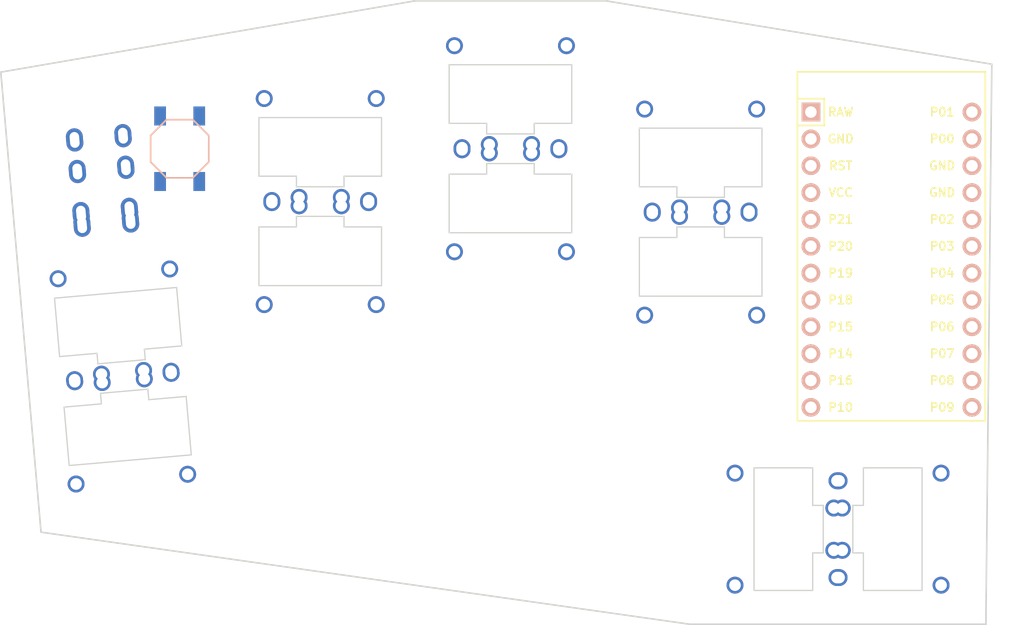
<source format=kicad_pcb>

            
(kicad_pcb (version 20171130) (host pcbnew 5.1.6)

  (page A3)
  (title_block
    (title KEYBOARD_NAME_HERE)
    (rev VERSION_HERE)
    (company YOUR_NAME_HERE)
  )

  (general
    (thickness 1.6)
  )

  (layers
    (0 F.Cu signal)
    (31 B.Cu signal)
    (32 B.Adhes user)
    (33 F.Adhes user)
    (34 B.Paste user)
    (35 F.Paste user)
    (36 B.SilkS user)
    (37 F.SilkS user)
    (38 B.Mask user)
    (39 F.Mask user)
    (40 Dwgs.User user)
    (41 Cmts.User user)
    (42 Eco1.User user)
    (43 Eco2.User user)
    (44 Edge.Cuts user)
    (45 Margin user)
    (46 B.CrtYd user)
    (47 F.CrtYd user)
    (48 B.Fab user)
    (49 F.Fab user)
  )

  (setup
    (last_trace_width 0.25)
    (trace_clearance 0.2)
    (zone_clearance 0.508)
    (zone_45_only no)
    (trace_min 0.2)
    (via_size 0.8)
    (via_drill 0.4)
    (via_min_size 0.4)
    (via_min_drill 0.3)
    (uvia_size 0.3)
    (uvia_drill 0.1)
    (uvias_allowed no)
    (uvia_min_size 0.2)
    (uvia_min_drill 0.1)
    (edge_width 0.05)
    (segment_width 0.2)
    (pcb_text_width 0.3)
    (pcb_text_size 1.5 1.5)
    (mod_edge_width 0.12)
    (mod_text_size 1 1)
    (mod_text_width 0.15)
    (pad_size 1.524 1.524)
    (pad_drill 0.762)
    (pad_to_mask_clearance 0.05)
    (aux_axis_origin 0 0)
    (visible_elements FFFFFF7F)
    (pcbplotparams
      (layerselection 0x010fc_ffffffff)
      (usegerberextensions false)
      (usegerberattributes true)
      (usegerberadvancedattributes true)
      (creategerberjobfile true)
      (excludeedgelayer true)
      (linewidth 0.100000)
      (plotframeref false)
      (viasonmask false)
      (mode 1)
      (useauxorigin false)
      (hpglpennumber 1)
      (hpglpenspeed 20)
      (hpglpendiameter 15.000000)
      (psnegative false)
      (psa4output false)
      (plotreference true)
      (plotvalue true)
      (plotinvisibletext false)
      (padsonsilk false)
      (subtractmaskfromsilk false)
      (outputformat 1)
      (mirror false)
      (drillshape 1)
      (scaleselection 1)
      (outputdirectory ""))
  )

            (net 0 "")
(net 1 "P1")
(net 2 "GND")
(net 3 "P2")
(net 4 "P3")
(net 5 "P4")
(net 6 "P5")
(net 7 "P6")
(net 8 "P7")
(net 9 "P8")
(net 10 "P10")
(net 11 "P9")
(net 12 "RAW")
(net 13 "RST")
(net 14 "VCC")
(net 15 "P21")
(net 16 "P20")
(net 17 "P19")
(net 18 "P18")
(net 19 "P15")
(net 20 "P14")
(net 21 "P16")
(net 22 "P0")
            
  (net_class Default "This is the default net class."
    (clearance 0.2)
    (trace_width 0.25)
    (via_dia 0.8)
    (via_drill 0.4)
    (uvia_dia 0.3)
    (uvia_drill 0.1)
    (add_net "")
(add_net "P1")
(add_net "GND")
(add_net "P2")
(add_net "P3")
(add_net "P4")
(add_net "P5")
(add_net "P6")
(add_net "P7")
(add_net "P8")
(add_net "P10")
(add_net "P9")
(add_net "RAW")
(add_net "RST")
(add_net "VCC")
(add_net "P21")
(add_net "P20")
(add_net "P19")
(add_net "P18")
(add_net "P15")
(add_net "P14")
(add_net "P16")
(add_net "P0")
  )

            
          
        (module lib:Kailh_PG1232 (layer F.Cu) (tedit 5E1ADAC2)
        (at 17.9315046 -1.5688034 185) 

                
        (fp_text reference "S1" (at 0 0) (layer F.SilkS) hide (effects (font (size 1.27 1.27) (thickness 0.15))))
        (fp_text value Kailh_PG1232 (at 0 -7.3) (layer F.Fab) (effects (font (size 1 1) (thickness 0.15))))

        
        (fp_line (start -7.25 -6.75) (end -6.25 -6.75) (layer Dwgs.User) (width 0.15))
        (fp_line (start -7.25 -6.75) (end -7.25 -5.75) (layer Dwgs.User) (width 0.15))

        (fp_line (start -7.25 6.75) (end -6.25 6.75) (layer Dwgs.User) (width 0.15))
        (fp_line (start -7.25 6.75) (end -7.25 5.75) (layer Dwgs.User) (width 0.15))

        (fp_line (start 7.25 -6.75) (end 6.25 -6.75) (layer Dwgs.User) (width 0.15))
        (fp_line (start 7.25 -6.75) (end 7.25 -5.75) (layer Dwgs.User) (width 0.15))

        (fp_line (start 7.25 6.75) (end 6.25 6.75) (layer Dwgs.User) (width 0.15))
        (fp_line (start 7.25 6.75) (end 7.25 5.75) (layer Dwgs.User) (width 0.15))


        (fp_line (start 2.8 -5.35) (end -2.8 -5.35) (layer Dwgs.User) (width 0.15))
        (fp_line (start -2.8 -3.2) (end 2.8 -3.2) (layer Dwgs.User) (width 0.15))
        (fp_line (start 2.8 -3.2) (end 2.8 -5.35) (layer Dwgs.User) (width 0.15))
        (fp_line (start -2.8 -3.2) (end -2.8 -5.35) (layer Dwgs.User) (width 0.15))
        
                	 
        (fp_line (start 2.25 2.6) (end 5.8 2.6) (layer Edge.Cuts) (width 0.12))
        (fp_line (start -2.25 2.6) (end -5.8 2.6) (layer Edge.Cuts) (width 0.12))
        (fp_line (start 2.25 3.6) (end 2.25 2.6) (layer Edge.Cuts) (width 0.12))
        (fp_line (start -2.25 3.6) (end 2.25 3.6) (layer Edge.Cuts) (width 0.12))
        (fp_line (start -2.25 2.6) (end -2.25 3.6) (layer Edge.Cuts) (width 0.12))
        (fp_line (start -5.8 2.6) (end -5.8 -2.95) (layer Edge.Cuts) (width 0.12))
        (fp_line (start 5.8 -2.95) (end 5.8 2.6) (layer Edge.Cuts) (width 0.12))
        (fp_line (start -5.8 -2.95) (end 5.8 -2.95) (layer Edge.Cuts) (width 0.12))
        
            
        (pad 3 thru_hole circle (at 5.3 -4.75) (size 1.6 1.6) (drill 1.1) (layers *.Cu *.Mask) (clearance 0.2))
        (pad 4 thru_hole circle (at -5.3 -4.75) (size 1.6 1.6) (drill 1.1) (layers *.Cu *.Mask) (clearance 0.2))
      
          
        
        (fp_line (start -9 -8.5) (end 9 -8.5) (layer Dwgs.User) (width 0.15))
        (fp_line (start 9 -8.5) (end 9 8.5) (layer Dwgs.User) (width 0.15))
        (fp_line (start 9 8.5) (end -9 8.5) (layer Dwgs.User) (width 0.15))
        (fp_line (start -9 8.5) (end -9 -8.5) (layer Dwgs.User) (width 0.15))
        
          
        
        (pad 1 thru_hole circle (at -4.58 5.1) (size 1.6 1.6) (drill 1.1) (layers *.Cu *.Mask) (net 1 "P1") (clearance 0.2))
        (pad 2 thru_hole circle (at 2 5.4) (size 1.6 1.6) (drill 1.1) (layers *.Cu *.Mask) (net 2 "GND") (clearance 0.2))
			  
          
        
        (pad 1 thru_hole circle (at 4.58 5.1) (size 1.6 1.6) (drill 1.1) (layers *.Cu *.Mask) (net 1 "P1") (clearance 0.2))
        (pad 2 thru_hole circle (at -2 5.4) (size 1.6 1.6) (drill 1.1) (layers *.Cu *.Mask) (net 2 "GND") (clearance 0.2))
			  )

          

          
        (module lib:Kailh_PG1232 (layer F.Cu) (tedit 5E1ADAC2)
        (at 17.0599471 -11.5307504 5) 

                
        (fp_text reference "S2" (at 0 0) (layer F.SilkS) hide (effects (font (size 1.27 1.27) (thickness 0.15))))
        (fp_text value Kailh_PG1232 (at 0 -7.3) (layer F.Fab) (effects (font (size 1 1) (thickness 0.15))))

        
        (fp_line (start -7.25 -6.75) (end -6.25 -6.75) (layer Dwgs.User) (width 0.15))
        (fp_line (start -7.25 -6.75) (end -7.25 -5.75) (layer Dwgs.User) (width 0.15))

        (fp_line (start -7.25 6.75) (end -6.25 6.75) (layer Dwgs.User) (width 0.15))
        (fp_line (start -7.25 6.75) (end -7.25 5.75) (layer Dwgs.User) (width 0.15))

        (fp_line (start 7.25 -6.75) (end 6.25 -6.75) (layer Dwgs.User) (width 0.15))
        (fp_line (start 7.25 -6.75) (end 7.25 -5.75) (layer Dwgs.User) (width 0.15))

        (fp_line (start 7.25 6.75) (end 6.25 6.75) (layer Dwgs.User) (width 0.15))
        (fp_line (start 7.25 6.75) (end 7.25 5.75) (layer Dwgs.User) (width 0.15))


        (fp_line (start 2.8 -5.35) (end -2.8 -5.35) (layer Dwgs.User) (width 0.15))
        (fp_line (start -2.8 -3.2) (end 2.8 -3.2) (layer Dwgs.User) (width 0.15))
        (fp_line (start 2.8 -3.2) (end 2.8 -5.35) (layer Dwgs.User) (width 0.15))
        (fp_line (start -2.8 -3.2) (end -2.8 -5.35) (layer Dwgs.User) (width 0.15))
        
                	 
        (fp_line (start 2.25 2.6) (end 5.8 2.6) (layer Edge.Cuts) (width 0.12))
        (fp_line (start -2.25 2.6) (end -5.8 2.6) (layer Edge.Cuts) (width 0.12))
        (fp_line (start 2.25 3.6) (end 2.25 2.6) (layer Edge.Cuts) (width 0.12))
        (fp_line (start -2.25 3.6) (end 2.25 3.6) (layer Edge.Cuts) (width 0.12))
        (fp_line (start -2.25 2.6) (end -2.25 3.6) (layer Edge.Cuts) (width 0.12))
        (fp_line (start -5.8 2.6) (end -5.8 -2.95) (layer Edge.Cuts) (width 0.12))
        (fp_line (start 5.8 -2.95) (end 5.8 2.6) (layer Edge.Cuts) (width 0.12))
        (fp_line (start -5.8 -2.95) (end 5.8 -2.95) (layer Edge.Cuts) (width 0.12))
        
            
        (pad 3 thru_hole circle (at 5.3 -4.75) (size 1.6 1.6) (drill 1.1) (layers *.Cu *.Mask) (clearance 0.2))
        (pad 4 thru_hole circle (at -5.3 -4.75) (size 1.6 1.6) (drill 1.1) (layers *.Cu *.Mask) (clearance 0.2))
      
          
        
        (fp_line (start -9 -8.5) (end 9 -8.5) (layer Dwgs.User) (width 0.15))
        (fp_line (start 9 -8.5) (end 9 8.5) (layer Dwgs.User) (width 0.15))
        (fp_line (start 9 8.5) (end -9 8.5) (layer Dwgs.User) (width 0.15))
        (fp_line (start -9 8.5) (end -9 -8.5) (layer Dwgs.User) (width 0.15))
        
          
        
        (pad 1 thru_hole circle (at -4.58 5.1) (size 1.6 1.6) (drill 1.1) (layers *.Cu *.Mask) (net 3 "P2") (clearance 0.2))
        (pad 2 thru_hole circle (at 2 5.4) (size 1.6 1.6) (drill 1.1) (layers *.Cu *.Mask) (net 2 "GND") (clearance 0.2))
			  
          
        
        (pad 1 thru_hole circle (at 4.58 5.1) (size 1.6 1.6) (drill 1.1) (layers *.Cu *.Mask) (net 3 "P2") (clearance 0.2))
        (pad 2 thru_hole circle (at -2 5.4) (size 1.6 1.6) (drill 1.1) (layers *.Cu *.Mask) (net 2 "GND") (clearance 0.2))
			  )

          

          
        (module lib:Kailh_PG1232 (layer F.Cu) (tedit 5E1ADAC2)
        (at 36.1701399 -18.1031537 180) 

                
        (fp_text reference "S3" (at 0 0) (layer F.SilkS) hide (effects (font (size 1.27 1.27) (thickness 0.15))))
        (fp_text value Kailh_PG1232 (at 0 -7.3) (layer F.Fab) (effects (font (size 1 1) (thickness 0.15))))

        
        (fp_line (start -7.25 -6.75) (end -6.25 -6.75) (layer Dwgs.User) (width 0.15))
        (fp_line (start -7.25 -6.75) (end -7.25 -5.75) (layer Dwgs.User) (width 0.15))

        (fp_line (start -7.25 6.75) (end -6.25 6.75) (layer Dwgs.User) (width 0.15))
        (fp_line (start -7.25 6.75) (end -7.25 5.75) (layer Dwgs.User) (width 0.15))

        (fp_line (start 7.25 -6.75) (end 6.25 -6.75) (layer Dwgs.User) (width 0.15))
        (fp_line (start 7.25 -6.75) (end 7.25 -5.75) (layer Dwgs.User) (width 0.15))

        (fp_line (start 7.25 6.75) (end 6.25 6.75) (layer Dwgs.User) (width 0.15))
        (fp_line (start 7.25 6.75) (end 7.25 5.75) (layer Dwgs.User) (width 0.15))


        (fp_line (start 2.8 -5.35) (end -2.8 -5.35) (layer Dwgs.User) (width 0.15))
        (fp_line (start -2.8 -3.2) (end 2.8 -3.2) (layer Dwgs.User) (width 0.15))
        (fp_line (start 2.8 -3.2) (end 2.8 -5.35) (layer Dwgs.User) (width 0.15))
        (fp_line (start -2.8 -3.2) (end -2.8 -5.35) (layer Dwgs.User) (width 0.15))
        
                	 
        (fp_line (start 2.25 2.6) (end 5.8 2.6) (layer Edge.Cuts) (width 0.12))
        (fp_line (start -2.25 2.6) (end -5.8 2.6) (layer Edge.Cuts) (width 0.12))
        (fp_line (start 2.25 3.6) (end 2.25 2.6) (layer Edge.Cuts) (width 0.12))
        (fp_line (start -2.25 3.6) (end 2.25 3.6) (layer Edge.Cuts) (width 0.12))
        (fp_line (start -2.25 2.6) (end -2.25 3.6) (layer Edge.Cuts) (width 0.12))
        (fp_line (start -5.8 2.6) (end -5.8 -2.95) (layer Edge.Cuts) (width 0.12))
        (fp_line (start 5.8 -2.95) (end 5.8 2.6) (layer Edge.Cuts) (width 0.12))
        (fp_line (start -5.8 -2.95) (end 5.8 -2.95) (layer Edge.Cuts) (width 0.12))
        
            
        (pad 3 thru_hole circle (at 5.3 -4.75) (size 1.6 1.6) (drill 1.1) (layers *.Cu *.Mask) (clearance 0.2))
        (pad 4 thru_hole circle (at -5.3 -4.75) (size 1.6 1.6) (drill 1.1) (layers *.Cu *.Mask) (clearance 0.2))
      
          
        
        (fp_line (start -9 -8.5) (end 9 -8.5) (layer Dwgs.User) (width 0.15))
        (fp_line (start 9 -8.5) (end 9 8.5) (layer Dwgs.User) (width 0.15))
        (fp_line (start 9 8.5) (end -9 8.5) (layer Dwgs.User) (width 0.15))
        (fp_line (start -9 8.5) (end -9 -8.5) (layer Dwgs.User) (width 0.15))
        
          
        
        (pad 1 thru_hole circle (at -4.58 5.1) (size 1.6 1.6) (drill 1.1) (layers *.Cu *.Mask) (net 4 "P3") (clearance 0.2))
        (pad 2 thru_hole circle (at 2 5.4) (size 1.6 1.6) (drill 1.1) (layers *.Cu *.Mask) (net 2 "GND") (clearance 0.2))
			  
          
        
        (pad 1 thru_hole circle (at 4.58 5.1) (size 1.6 1.6) (drill 1.1) (layers *.Cu *.Mask) (net 4 "P3") (clearance 0.2))
        (pad 2 thru_hole circle (at -2 5.4) (size 1.6 1.6) (drill 1.1) (layers *.Cu *.Mask) (net 2 "GND") (clearance 0.2))
			  )

          

          
        (module lib:Kailh_PG1232 (layer F.Cu) (tedit 5E1ADAC2)
        (at 36.17014 -28.1031537 0) 

                
        (fp_text reference "S4" (at 0 0) (layer F.SilkS) hide (effects (font (size 1.27 1.27) (thickness 0.15))))
        (fp_text value Kailh_PG1232 (at 0 -7.3) (layer F.Fab) (effects (font (size 1 1) (thickness 0.15))))

        
        (fp_line (start -7.25 -6.75) (end -6.25 -6.75) (layer Dwgs.User) (width 0.15))
        (fp_line (start -7.25 -6.75) (end -7.25 -5.75) (layer Dwgs.User) (width 0.15))

        (fp_line (start -7.25 6.75) (end -6.25 6.75) (layer Dwgs.User) (width 0.15))
        (fp_line (start -7.25 6.75) (end -7.25 5.75) (layer Dwgs.User) (width 0.15))

        (fp_line (start 7.25 -6.75) (end 6.25 -6.75) (layer Dwgs.User) (width 0.15))
        (fp_line (start 7.25 -6.75) (end 7.25 -5.75) (layer Dwgs.User) (width 0.15))

        (fp_line (start 7.25 6.75) (end 6.25 6.75) (layer Dwgs.User) (width 0.15))
        (fp_line (start 7.25 6.75) (end 7.25 5.75) (layer Dwgs.User) (width 0.15))


        (fp_line (start 2.8 -5.35) (end -2.8 -5.35) (layer Dwgs.User) (width 0.15))
        (fp_line (start -2.8 -3.2) (end 2.8 -3.2) (layer Dwgs.User) (width 0.15))
        (fp_line (start 2.8 -3.2) (end 2.8 -5.35) (layer Dwgs.User) (width 0.15))
        (fp_line (start -2.8 -3.2) (end -2.8 -5.35) (layer Dwgs.User) (width 0.15))
        
                	 
        (fp_line (start 2.25 2.6) (end 5.8 2.6) (layer Edge.Cuts) (width 0.12))
        (fp_line (start -2.25 2.6) (end -5.8 2.6) (layer Edge.Cuts) (width 0.12))
        (fp_line (start 2.25 3.6) (end 2.25 2.6) (layer Edge.Cuts) (width 0.12))
        (fp_line (start -2.25 3.6) (end 2.25 3.6) (layer Edge.Cuts) (width 0.12))
        (fp_line (start -2.25 2.6) (end -2.25 3.6) (layer Edge.Cuts) (width 0.12))
        (fp_line (start -5.8 2.6) (end -5.8 -2.95) (layer Edge.Cuts) (width 0.12))
        (fp_line (start 5.8 -2.95) (end 5.8 2.6) (layer Edge.Cuts) (width 0.12))
        (fp_line (start -5.8 -2.95) (end 5.8 -2.95) (layer Edge.Cuts) (width 0.12))
        
            
        (pad 3 thru_hole circle (at 5.3 -4.75) (size 1.6 1.6) (drill 1.1) (layers *.Cu *.Mask) (clearance 0.2))
        (pad 4 thru_hole circle (at -5.3 -4.75) (size 1.6 1.6) (drill 1.1) (layers *.Cu *.Mask) (clearance 0.2))
      
          
        
        (fp_line (start -9 -8.5) (end 9 -8.5) (layer Dwgs.User) (width 0.15))
        (fp_line (start 9 -8.5) (end 9 8.5) (layer Dwgs.User) (width 0.15))
        (fp_line (start 9 8.5) (end -9 8.5) (layer Dwgs.User) (width 0.15))
        (fp_line (start -9 8.5) (end -9 -8.5) (layer Dwgs.User) (width 0.15))
        
          
        
        (pad 1 thru_hole circle (at -4.58 5.1) (size 1.6 1.6) (drill 1.1) (layers *.Cu *.Mask) (net 5 "P4") (clearance 0.2))
        (pad 2 thru_hole circle (at 2 5.4) (size 1.6 1.6) (drill 1.1) (layers *.Cu *.Mask) (net 2 "GND") (clearance 0.2))
			  
          
        
        (pad 1 thru_hole circle (at 4.58 5.1) (size 1.6 1.6) (drill 1.1) (layers *.Cu *.Mask) (net 5 "P4") (clearance 0.2))
        (pad 2 thru_hole circle (at -2 5.4) (size 1.6 1.6) (drill 1.1) (layers *.Cu *.Mask) (net 2 "GND") (clearance 0.2))
			  )

          

          
        (module lib:Kailh_PG1232 (layer F.Cu) (tedit 5E1ADAC2)
        (at 54.17014 -23.1031538 180) 

                
        (fp_text reference "S5" (at 0 0) (layer F.SilkS) hide (effects (font (size 1.27 1.27) (thickness 0.15))))
        (fp_text value Kailh_PG1232 (at 0 -7.3) (layer F.Fab) (effects (font (size 1 1) (thickness 0.15))))

        
        (fp_line (start -7.25 -6.75) (end -6.25 -6.75) (layer Dwgs.User) (width 0.15))
        (fp_line (start -7.25 -6.75) (end -7.25 -5.75) (layer Dwgs.User) (width 0.15))

        (fp_line (start -7.25 6.75) (end -6.25 6.75) (layer Dwgs.User) (width 0.15))
        (fp_line (start -7.25 6.75) (end -7.25 5.75) (layer Dwgs.User) (width 0.15))

        (fp_line (start 7.25 -6.75) (end 6.25 -6.75) (layer Dwgs.User) (width 0.15))
        (fp_line (start 7.25 -6.75) (end 7.25 -5.75) (layer Dwgs.User) (width 0.15))

        (fp_line (start 7.25 6.75) (end 6.25 6.75) (layer Dwgs.User) (width 0.15))
        (fp_line (start 7.25 6.75) (end 7.25 5.75) (layer Dwgs.User) (width 0.15))


        (fp_line (start 2.8 -5.35) (end -2.8 -5.35) (layer Dwgs.User) (width 0.15))
        (fp_line (start -2.8 -3.2) (end 2.8 -3.2) (layer Dwgs.User) (width 0.15))
        (fp_line (start 2.8 -3.2) (end 2.8 -5.35) (layer Dwgs.User) (width 0.15))
        (fp_line (start -2.8 -3.2) (end -2.8 -5.35) (layer Dwgs.User) (width 0.15))
        
                	 
        (fp_line (start 2.25 2.6) (end 5.8 2.6) (layer Edge.Cuts) (width 0.12))
        (fp_line (start -2.25 2.6) (end -5.8 2.6) (layer Edge.Cuts) (width 0.12))
        (fp_line (start 2.25 3.6) (end 2.25 2.6) (layer Edge.Cuts) (width 0.12))
        (fp_line (start -2.25 3.6) (end 2.25 3.6) (layer Edge.Cuts) (width 0.12))
        (fp_line (start -2.25 2.6) (end -2.25 3.6) (layer Edge.Cuts) (width 0.12))
        (fp_line (start -5.8 2.6) (end -5.8 -2.95) (layer Edge.Cuts) (width 0.12))
        (fp_line (start 5.8 -2.95) (end 5.8 2.6) (layer Edge.Cuts) (width 0.12))
        (fp_line (start -5.8 -2.95) (end 5.8 -2.95) (layer Edge.Cuts) (width 0.12))
        
            
        (pad 3 thru_hole circle (at 5.3 -4.75) (size 1.6 1.6) (drill 1.1) (layers *.Cu *.Mask) (clearance 0.2))
        (pad 4 thru_hole circle (at -5.3 -4.75) (size 1.6 1.6) (drill 1.1) (layers *.Cu *.Mask) (clearance 0.2))
      
          
        
        (fp_line (start -9 -8.5) (end 9 -8.5) (layer Dwgs.User) (width 0.15))
        (fp_line (start 9 -8.5) (end 9 8.5) (layer Dwgs.User) (width 0.15))
        (fp_line (start 9 8.5) (end -9 8.5) (layer Dwgs.User) (width 0.15))
        (fp_line (start -9 8.5) (end -9 -8.5) (layer Dwgs.User) (width 0.15))
        
          
        
        (pad 1 thru_hole circle (at -4.58 5.1) (size 1.6 1.6) (drill 1.1) (layers *.Cu *.Mask) (net 6 "P5") (clearance 0.2))
        (pad 2 thru_hole circle (at 2 5.4) (size 1.6 1.6) (drill 1.1) (layers *.Cu *.Mask) (net 2 "GND") (clearance 0.2))
			  
          
        
        (pad 1 thru_hole circle (at 4.58 5.1) (size 1.6 1.6) (drill 1.1) (layers *.Cu *.Mask) (net 6 "P5") (clearance 0.2))
        (pad 2 thru_hole circle (at -2 5.4) (size 1.6 1.6) (drill 1.1) (layers *.Cu *.Mask) (net 2 "GND") (clearance 0.2))
			  )

          

          
        (module lib:Kailh_PG1232 (layer F.Cu) (tedit 5E1ADAC2)
        (at 54.17014 -33.1031537 0) 

                
        (fp_text reference "S6" (at 0 0) (layer F.SilkS) hide (effects (font (size 1.27 1.27) (thickness 0.15))))
        (fp_text value Kailh_PG1232 (at 0 -7.3) (layer F.Fab) (effects (font (size 1 1) (thickness 0.15))))

        
        (fp_line (start -7.25 -6.75) (end -6.25 -6.75) (layer Dwgs.User) (width 0.15))
        (fp_line (start -7.25 -6.75) (end -7.25 -5.75) (layer Dwgs.User) (width 0.15))

        (fp_line (start -7.25 6.75) (end -6.25 6.75) (layer Dwgs.User) (width 0.15))
        (fp_line (start -7.25 6.75) (end -7.25 5.75) (layer Dwgs.User) (width 0.15))

        (fp_line (start 7.25 -6.75) (end 6.25 -6.75) (layer Dwgs.User) (width 0.15))
        (fp_line (start 7.25 -6.75) (end 7.25 -5.75) (layer Dwgs.User) (width 0.15))

        (fp_line (start 7.25 6.75) (end 6.25 6.75) (layer Dwgs.User) (width 0.15))
        (fp_line (start 7.25 6.75) (end 7.25 5.75) (layer Dwgs.User) (width 0.15))


        (fp_line (start 2.8 -5.35) (end -2.8 -5.35) (layer Dwgs.User) (width 0.15))
        (fp_line (start -2.8 -3.2) (end 2.8 -3.2) (layer Dwgs.User) (width 0.15))
        (fp_line (start 2.8 -3.2) (end 2.8 -5.35) (layer Dwgs.User) (width 0.15))
        (fp_line (start -2.8 -3.2) (end -2.8 -5.35) (layer Dwgs.User) (width 0.15))
        
                	 
        (fp_line (start 2.25 2.6) (end 5.8 2.6) (layer Edge.Cuts) (width 0.12))
        (fp_line (start -2.25 2.6) (end -5.8 2.6) (layer Edge.Cuts) (width 0.12))
        (fp_line (start 2.25 3.6) (end 2.25 2.6) (layer Edge.Cuts) (width 0.12))
        (fp_line (start -2.25 3.6) (end 2.25 3.6) (layer Edge.Cuts) (width 0.12))
        (fp_line (start -2.25 2.6) (end -2.25 3.6) (layer Edge.Cuts) (width 0.12))
        (fp_line (start -5.8 2.6) (end -5.8 -2.95) (layer Edge.Cuts) (width 0.12))
        (fp_line (start 5.8 -2.95) (end 5.8 2.6) (layer Edge.Cuts) (width 0.12))
        (fp_line (start -5.8 -2.95) (end 5.8 -2.95) (layer Edge.Cuts) (width 0.12))
        
            
        (pad 3 thru_hole circle (at 5.3 -4.75) (size 1.6 1.6) (drill 1.1) (layers *.Cu *.Mask) (clearance 0.2))
        (pad 4 thru_hole circle (at -5.3 -4.75) (size 1.6 1.6) (drill 1.1) (layers *.Cu *.Mask) (clearance 0.2))
      
          
        
        (fp_line (start -9 -8.5) (end 9 -8.5) (layer Dwgs.User) (width 0.15))
        (fp_line (start 9 -8.5) (end 9 8.5) (layer Dwgs.User) (width 0.15))
        (fp_line (start 9 8.5) (end -9 8.5) (layer Dwgs.User) (width 0.15))
        (fp_line (start -9 8.5) (end -9 -8.5) (layer Dwgs.User) (width 0.15))
        
          
        
        (pad 1 thru_hole circle (at -4.58 5.1) (size 1.6 1.6) (drill 1.1) (layers *.Cu *.Mask) (net 7 "P6") (clearance 0.2))
        (pad 2 thru_hole circle (at 2 5.4) (size 1.6 1.6) (drill 1.1) (layers *.Cu *.Mask) (net 2 "GND") (clearance 0.2))
			  
          
        
        (pad 1 thru_hole circle (at 4.58 5.1) (size 1.6 1.6) (drill 1.1) (layers *.Cu *.Mask) (net 7 "P6") (clearance 0.2))
        (pad 2 thru_hole circle (at -2 5.4) (size 1.6 1.6) (drill 1.1) (layers *.Cu *.Mask) (net 2 "GND") (clearance 0.2))
			  )

          

          
        (module lib:Kailh_PG1232 (layer F.Cu) (tedit 5E1ADAC2)
        (at 72.17014 -17.1031537 180) 

                
        (fp_text reference "S7" (at 0 0) (layer F.SilkS) hide (effects (font (size 1.27 1.27) (thickness 0.15))))
        (fp_text value Kailh_PG1232 (at 0 -7.3) (layer F.Fab) (effects (font (size 1 1) (thickness 0.15))))

        
        (fp_line (start -7.25 -6.75) (end -6.25 -6.75) (layer Dwgs.User) (width 0.15))
        (fp_line (start -7.25 -6.75) (end -7.25 -5.75) (layer Dwgs.User) (width 0.15))

        (fp_line (start -7.25 6.75) (end -6.25 6.75) (layer Dwgs.User) (width 0.15))
        (fp_line (start -7.25 6.75) (end -7.25 5.75) (layer Dwgs.User) (width 0.15))

        (fp_line (start 7.25 -6.75) (end 6.25 -6.75) (layer Dwgs.User) (width 0.15))
        (fp_line (start 7.25 -6.75) (end 7.25 -5.75) (layer Dwgs.User) (width 0.15))

        (fp_line (start 7.25 6.75) (end 6.25 6.75) (layer Dwgs.User) (width 0.15))
        (fp_line (start 7.25 6.75) (end 7.25 5.75) (layer Dwgs.User) (width 0.15))


        (fp_line (start 2.8 -5.35) (end -2.8 -5.35) (layer Dwgs.User) (width 0.15))
        (fp_line (start -2.8 -3.2) (end 2.8 -3.2) (layer Dwgs.User) (width 0.15))
        (fp_line (start 2.8 -3.2) (end 2.8 -5.35) (layer Dwgs.User) (width 0.15))
        (fp_line (start -2.8 -3.2) (end -2.8 -5.35) (layer Dwgs.User) (width 0.15))
        
                	 
        (fp_line (start 2.25 2.6) (end 5.8 2.6) (layer Edge.Cuts) (width 0.12))
        (fp_line (start -2.25 2.6) (end -5.8 2.6) (layer Edge.Cuts) (width 0.12))
        (fp_line (start 2.25 3.6) (end 2.25 2.6) (layer Edge.Cuts) (width 0.12))
        (fp_line (start -2.25 3.6) (end 2.25 3.6) (layer Edge.Cuts) (width 0.12))
        (fp_line (start -2.25 2.6) (end -2.25 3.6) (layer Edge.Cuts) (width 0.12))
        (fp_line (start -5.8 2.6) (end -5.8 -2.95) (layer Edge.Cuts) (width 0.12))
        (fp_line (start 5.8 -2.95) (end 5.8 2.6) (layer Edge.Cuts) (width 0.12))
        (fp_line (start -5.8 -2.95) (end 5.8 -2.95) (layer Edge.Cuts) (width 0.12))
        
            
        (pad 3 thru_hole circle (at 5.3 -4.75) (size 1.6 1.6) (drill 1.1) (layers *.Cu *.Mask) (clearance 0.2))
        (pad 4 thru_hole circle (at -5.3 -4.75) (size 1.6 1.6) (drill 1.1) (layers *.Cu *.Mask) (clearance 0.2))
      
          
        
        (fp_line (start -9 -8.5) (end 9 -8.5) (layer Dwgs.User) (width 0.15))
        (fp_line (start 9 -8.5) (end 9 8.5) (layer Dwgs.User) (width 0.15))
        (fp_line (start 9 8.5) (end -9 8.5) (layer Dwgs.User) (width 0.15))
        (fp_line (start -9 8.5) (end -9 -8.5) (layer Dwgs.User) (width 0.15))
        
          
        
        (pad 1 thru_hole circle (at -4.58 5.1) (size 1.6 1.6) (drill 1.1) (layers *.Cu *.Mask) (net 8 "P7") (clearance 0.2))
        (pad 2 thru_hole circle (at 2 5.4) (size 1.6 1.6) (drill 1.1) (layers *.Cu *.Mask) (net 2 "GND") (clearance 0.2))
			  
          
        
        (pad 1 thru_hole circle (at 4.58 5.1) (size 1.6 1.6) (drill 1.1) (layers *.Cu *.Mask) (net 8 "P7") (clearance 0.2))
        (pad 2 thru_hole circle (at -2 5.4) (size 1.6 1.6) (drill 1.1) (layers *.Cu *.Mask) (net 2 "GND") (clearance 0.2))
			  )

          

          
        (module lib:Kailh_PG1232 (layer F.Cu) (tedit 5E1ADAC2)
        (at 72.17014 -27.1031537 0) 

                
        (fp_text reference "S8" (at 0 0) (layer F.SilkS) hide (effects (font (size 1.27 1.27) (thickness 0.15))))
        (fp_text value Kailh_PG1232 (at 0 -7.3) (layer F.Fab) (effects (font (size 1 1) (thickness 0.15))))

        
        (fp_line (start -7.25 -6.75) (end -6.25 -6.75) (layer Dwgs.User) (width 0.15))
        (fp_line (start -7.25 -6.75) (end -7.25 -5.75) (layer Dwgs.User) (width 0.15))

        (fp_line (start -7.25 6.75) (end -6.25 6.75) (layer Dwgs.User) (width 0.15))
        (fp_line (start -7.25 6.75) (end -7.25 5.75) (layer Dwgs.User) (width 0.15))

        (fp_line (start 7.25 -6.75) (end 6.25 -6.75) (layer Dwgs.User) (width 0.15))
        (fp_line (start 7.25 -6.75) (end 7.25 -5.75) (layer Dwgs.User) (width 0.15))

        (fp_line (start 7.25 6.75) (end 6.25 6.75) (layer Dwgs.User) (width 0.15))
        (fp_line (start 7.25 6.75) (end 7.25 5.75) (layer Dwgs.User) (width 0.15))


        (fp_line (start 2.8 -5.35) (end -2.8 -5.35) (layer Dwgs.User) (width 0.15))
        (fp_line (start -2.8 -3.2) (end 2.8 -3.2) (layer Dwgs.User) (width 0.15))
        (fp_line (start 2.8 -3.2) (end 2.8 -5.35) (layer Dwgs.User) (width 0.15))
        (fp_line (start -2.8 -3.2) (end -2.8 -5.35) (layer Dwgs.User) (width 0.15))
        
                	 
        (fp_line (start 2.25 2.6) (end 5.8 2.6) (layer Edge.Cuts) (width 0.12))
        (fp_line (start -2.25 2.6) (end -5.8 2.6) (layer Edge.Cuts) (width 0.12))
        (fp_line (start 2.25 3.6) (end 2.25 2.6) (layer Edge.Cuts) (width 0.12))
        (fp_line (start -2.25 3.6) (end 2.25 3.6) (layer Edge.Cuts) (width 0.12))
        (fp_line (start -2.25 2.6) (end -2.25 3.6) (layer Edge.Cuts) (width 0.12))
        (fp_line (start -5.8 2.6) (end -5.8 -2.95) (layer Edge.Cuts) (width 0.12))
        (fp_line (start 5.8 -2.95) (end 5.8 2.6) (layer Edge.Cuts) (width 0.12))
        (fp_line (start -5.8 -2.95) (end 5.8 -2.95) (layer Edge.Cuts) (width 0.12))
        
            
        (pad 3 thru_hole circle (at 5.3 -4.75) (size 1.6 1.6) (drill 1.1) (layers *.Cu *.Mask) (clearance 0.2))
        (pad 4 thru_hole circle (at -5.3 -4.75) (size 1.6 1.6) (drill 1.1) (layers *.Cu *.Mask) (clearance 0.2))
      
          
        
        (fp_line (start -9 -8.5) (end 9 -8.5) (layer Dwgs.User) (width 0.15))
        (fp_line (start 9 -8.5) (end 9 8.5) (layer Dwgs.User) (width 0.15))
        (fp_line (start 9 8.5) (end -9 8.5) (layer Dwgs.User) (width 0.15))
        (fp_line (start -9 8.5) (end -9 -8.5) (layer Dwgs.User) (width 0.15))
        
          
        
        (pad 1 thru_hole circle (at -4.58 5.1) (size 1.6 1.6) (drill 1.1) (layers *.Cu *.Mask) (net 9 "P8") (clearance 0.2))
        (pad 2 thru_hole circle (at 2 5.4) (size 1.6 1.6) (drill 1.1) (layers *.Cu *.Mask) (net 2 "GND") (clearance 0.2))
			  
          
        
        (pad 1 thru_hole circle (at 4.58 5.1) (size 1.6 1.6) (drill 1.1) (layers *.Cu *.Mask) (net 9 "P8") (clearance 0.2))
        (pad 2 thru_hole circle (at -2 5.4) (size 1.6 1.6) (drill 1.1) (layers *.Cu *.Mask) (net 2 "GND") (clearance 0.2))
			  )

          

          
        (module lib:Kailh_PG1232 (layer F.Cu) (tedit 5E1ADAC2)
        (at 80.17014 7.8968463 90) 

                
        (fp_text reference "S9" (at 0 0) (layer F.SilkS) hide (effects (font (size 1.27 1.27) (thickness 0.15))))
        (fp_text value Kailh_PG1232 (at 0 -7.3) (layer F.Fab) (effects (font (size 1 1) (thickness 0.15))))

        
        (fp_line (start -7.25 -6.75) (end -6.25 -6.75) (layer Dwgs.User) (width 0.15))
        (fp_line (start -7.25 -6.75) (end -7.25 -5.75) (layer Dwgs.User) (width 0.15))

        (fp_line (start -7.25 6.75) (end -6.25 6.75) (layer Dwgs.User) (width 0.15))
        (fp_line (start -7.25 6.75) (end -7.25 5.75) (layer Dwgs.User) (width 0.15))

        (fp_line (start 7.25 -6.75) (end 6.25 -6.75) (layer Dwgs.User) (width 0.15))
        (fp_line (start 7.25 -6.75) (end 7.25 -5.75) (layer Dwgs.User) (width 0.15))

        (fp_line (start 7.25 6.75) (end 6.25 6.75) (layer Dwgs.User) (width 0.15))
        (fp_line (start 7.25 6.75) (end 7.25 5.75) (layer Dwgs.User) (width 0.15))


        (fp_line (start 2.8 -5.35) (end -2.8 -5.35) (layer Dwgs.User) (width 0.15))
        (fp_line (start -2.8 -3.2) (end 2.8 -3.2) (layer Dwgs.User) (width 0.15))
        (fp_line (start 2.8 -3.2) (end 2.8 -5.35) (layer Dwgs.User) (width 0.15))
        (fp_line (start -2.8 -3.2) (end -2.8 -5.35) (layer Dwgs.User) (width 0.15))
        
                	 
        (fp_line (start 2.25 2.6) (end 5.8 2.6) (layer Edge.Cuts) (width 0.12))
        (fp_line (start -2.25 2.6) (end -5.8 2.6) (layer Edge.Cuts) (width 0.12))
        (fp_line (start 2.25 3.6) (end 2.25 2.6) (layer Edge.Cuts) (width 0.12))
        (fp_line (start -2.25 3.6) (end 2.25 3.6) (layer Edge.Cuts) (width 0.12))
        (fp_line (start -2.25 2.6) (end -2.25 3.6) (layer Edge.Cuts) (width 0.12))
        (fp_line (start -5.8 2.6) (end -5.8 -2.95) (layer Edge.Cuts) (width 0.12))
        (fp_line (start 5.8 -2.95) (end 5.8 2.6) (layer Edge.Cuts) (width 0.12))
        (fp_line (start -5.8 -2.95) (end 5.8 -2.95) (layer Edge.Cuts) (width 0.12))
        
            
        (pad 3 thru_hole circle (at 5.3 -4.75) (size 1.6 1.6) (drill 1.1) (layers *.Cu *.Mask) (clearance 0.2))
        (pad 4 thru_hole circle (at -5.3 -4.75) (size 1.6 1.6) (drill 1.1) (layers *.Cu *.Mask) (clearance 0.2))
      
          
        
        (fp_line (start -9 -8.5) (end 9 -8.5) (layer Dwgs.User) (width 0.15))
        (fp_line (start 9 -8.5) (end 9 8.5) (layer Dwgs.User) (width 0.15))
        (fp_line (start 9 8.5) (end -9 8.5) (layer Dwgs.User) (width 0.15))
        (fp_line (start -9 8.5) (end -9 -8.5) (layer Dwgs.User) (width 0.15))
        
          
        
        (pad 1 thru_hole circle (at -4.58 5.1) (size 1.6 1.6) (drill 1.1) (layers *.Cu *.Mask) (net 10 "P10") (clearance 0.2))
        (pad 2 thru_hole circle (at 2 5.4) (size 1.6 1.6) (drill 1.1) (layers *.Cu *.Mask) (net 2 "GND") (clearance 0.2))
			  
          
        
        (pad 1 thru_hole circle (at 4.58 5.1) (size 1.6 1.6) (drill 1.1) (layers *.Cu *.Mask) (net 10 "P10") (clearance 0.2))
        (pad 2 thru_hole circle (at -2 5.4) (size 1.6 1.6) (drill 1.1) (layers *.Cu *.Mask) (net 2 "GND") (clearance 0.2))
			  )

          

          
        (module lib:Kailh_PG1232 (layer F.Cu) (tedit 5E1ADAC2)
        (at 90.17014 7.8968463 -90) 

                
        (fp_text reference "S10" (at 0 0) (layer F.SilkS) hide (effects (font (size 1.27 1.27) (thickness 0.15))))
        (fp_text value Kailh_PG1232 (at 0 -7.3) (layer F.Fab) (effects (font (size 1 1) (thickness 0.15))))

        
        (fp_line (start -7.25 -6.75) (end -6.25 -6.75) (layer Dwgs.User) (width 0.15))
        (fp_line (start -7.25 -6.75) (end -7.25 -5.75) (layer Dwgs.User) (width 0.15))

        (fp_line (start -7.25 6.75) (end -6.25 6.75) (layer Dwgs.User) (width 0.15))
        (fp_line (start -7.25 6.75) (end -7.25 5.75) (layer Dwgs.User) (width 0.15))

        (fp_line (start 7.25 -6.75) (end 6.25 -6.75) (layer Dwgs.User) (width 0.15))
        (fp_line (start 7.25 -6.75) (end 7.25 -5.75) (layer Dwgs.User) (width 0.15))

        (fp_line (start 7.25 6.75) (end 6.25 6.75) (layer Dwgs.User) (width 0.15))
        (fp_line (start 7.25 6.75) (end 7.25 5.75) (layer Dwgs.User) (width 0.15))


        (fp_line (start 2.8 -5.35) (end -2.8 -5.35) (layer Dwgs.User) (width 0.15))
        (fp_line (start -2.8 -3.2) (end 2.8 -3.2) (layer Dwgs.User) (width 0.15))
        (fp_line (start 2.8 -3.2) (end 2.8 -5.35) (layer Dwgs.User) (width 0.15))
        (fp_line (start -2.8 -3.2) (end -2.8 -5.35) (layer Dwgs.User) (width 0.15))
        
                	 
        (fp_line (start 2.25 2.6) (end 5.8 2.6) (layer Edge.Cuts) (width 0.12))
        (fp_line (start -2.25 2.6) (end -5.8 2.6) (layer Edge.Cuts) (width 0.12))
        (fp_line (start 2.25 3.6) (end 2.25 2.6) (layer Edge.Cuts) (width 0.12))
        (fp_line (start -2.25 3.6) (end 2.25 3.6) (layer Edge.Cuts) (width 0.12))
        (fp_line (start -2.25 2.6) (end -2.25 3.6) (layer Edge.Cuts) (width 0.12))
        (fp_line (start -5.8 2.6) (end -5.8 -2.95) (layer Edge.Cuts) (width 0.12))
        (fp_line (start 5.8 -2.95) (end 5.8 2.6) (layer Edge.Cuts) (width 0.12))
        (fp_line (start -5.8 -2.95) (end 5.8 -2.95) (layer Edge.Cuts) (width 0.12))
        
            
        (pad 3 thru_hole circle (at 5.3 -4.75) (size 1.6 1.6) (drill 1.1) (layers *.Cu *.Mask) (clearance 0.2))
        (pad 4 thru_hole circle (at -5.3 -4.75) (size 1.6 1.6) (drill 1.1) (layers *.Cu *.Mask) (clearance 0.2))
      
          
        
        (fp_line (start -9 -8.5) (end 9 -8.5) (layer Dwgs.User) (width 0.15))
        (fp_line (start 9 -8.5) (end 9 8.5) (layer Dwgs.User) (width 0.15))
        (fp_line (start 9 8.5) (end -9 8.5) (layer Dwgs.User) (width 0.15))
        (fp_line (start -9 8.5) (end -9 -8.5) (layer Dwgs.User) (width 0.15))
        
          
        
        (pad 1 thru_hole circle (at -4.58 5.1) (size 1.6 1.6) (drill 1.1) (layers *.Cu *.Mask) (net 11 "P9") (clearance 0.2))
        (pad 2 thru_hole circle (at 2 5.4) (size 1.6 1.6) (drill 1.1) (layers *.Cu *.Mask) (net 2 "GND") (clearance 0.2))
			  
          
        
        (pad 1 thru_hole circle (at 4.58 5.1) (size 1.6 1.6) (drill 1.1) (layers *.Cu *.Mask) (net 11 "P9") (clearance 0.2))
        (pad 2 thru_hole circle (at -2 5.4) (size 1.6 1.6) (drill 1.1) (layers *.Cu *.Mask) (net 2 "GND") (clearance 0.2))
			  )

          

        
      (module ProMicro (layer F.Cu) (tedit 5B307E4C)
      (at 90.22014 -17.6031537 -90)

      
      (fp_text reference "MCU1" (at 0 0) (layer F.SilkS) hide (effects (font (size 1.27 1.27) (thickness 0.15))))
      (fp_text value "" (at 0 0) (layer F.SilkS) hide (effects (font (size 1.27 1.27) (thickness 0.15))))
    
      
      (fp_line (start -19.304 -3.81) (end -14.224 -3.81) (layer Dwgs.User) (width 0.15))
      (fp_line (start -19.304 3.81) (end -19.304 -3.81) (layer Dwgs.User) (width 0.15))
      (fp_line (start -14.224 3.81) (end -19.304 3.81) (layer Dwgs.User) (width 0.15))
      (fp_line (start -14.224 -3.81) (end -14.224 3.81) (layer Dwgs.User) (width 0.15))
    
      
      (fp_line (start -17.78 8.89) (end 15.24 8.89) (layer F.SilkS) (width 0.15))
      (fp_line (start 15.24 8.89) (end 15.24 -8.89) (layer F.SilkS) (width 0.15))
      (fp_line (start 15.24 -8.89) (end -17.78 -8.89) (layer F.SilkS) (width 0.15))
      (fp_line (start -17.78 -8.89) (end -17.78 8.89) (layer F.SilkS) (width 0.15))
      
        
        
        (fp_line (start -15.24 6.35) (end -12.7 6.35) (layer F.SilkS) (width 0.15))
        (fp_line (start -15.24 6.35) (end -15.24 8.89) (layer F.SilkS) (width 0.15))
        (fp_line (start -12.7 6.35) (end -12.7 8.89) (layer F.SilkS) (width 0.15))
      
        
        (fp_text user RAW (at -13.97 4.8 0) (layer F.SilkS) (effects (font (size 0.8 0.8) (thickness 0.15))))
        (fp_text user GND (at -11.43 4.8 0) (layer F.SilkS) (effects (font (size 0.8 0.8) (thickness 0.15))))
        (fp_text user RST (at -8.89 4.8 0) (layer F.SilkS) (effects (font (size 0.8 0.8) (thickness 0.15))))
        (fp_text user VCC (at -6.35 4.8 0) (layer F.SilkS) (effects (font (size 0.8 0.8) (thickness 0.15))))
        (fp_text user P21 (at -3.81 4.8 0) (layer F.SilkS) (effects (font (size 0.8 0.8) (thickness 0.15))))
        (fp_text user P20 (at -1.27 4.8 0) (layer F.SilkS) (effects (font (size 0.8 0.8) (thickness 0.15))))
        (fp_text user P19 (at 1.27 4.8 0) (layer F.SilkS) (effects (font (size 0.8 0.8) (thickness 0.15))))
        (fp_text user P18 (at 3.81 4.8 0) (layer F.SilkS) (effects (font (size 0.8 0.8) (thickness 0.15))))
        (fp_text user P15 (at 6.35 4.8 0) (layer F.SilkS) (effects (font (size 0.8 0.8) (thickness 0.15))))
        (fp_text user P14 (at 8.89 4.8 0) (layer F.SilkS) (effects (font (size 0.8 0.8) (thickness 0.15))))
        (fp_text user P16 (at 11.43 4.8 0) (layer F.SilkS) (effects (font (size 0.8 0.8) (thickness 0.15))))
        (fp_text user P10 (at 13.97 4.8 0) (layer F.SilkS) (effects (font (size 0.8 0.8) (thickness 0.15))))
      
        (fp_text user P01 (at -13.97 -4.8 0) (layer F.SilkS) (effects (font (size 0.8 0.8) (thickness 0.15))))
        (fp_text user P00 (at -11.43 -4.8 0) (layer F.SilkS) (effects (font (size 0.8 0.8) (thickness 0.15))))
        (fp_text user GND (at -8.89 -4.8 0) (layer F.SilkS) (effects (font (size 0.8 0.8) (thickness 0.15))))
        (fp_text user GND (at -6.35 -4.8 0) (layer F.SilkS) (effects (font (size 0.8 0.8) (thickness 0.15))))
        (fp_text user P02 (at -3.81 -4.8 0) (layer F.SilkS) (effects (font (size 0.8 0.8) (thickness 0.15))))
        (fp_text user P03 (at -1.27 -4.8 0) (layer F.SilkS) (effects (font (size 0.8 0.8) (thickness 0.15))))
        (fp_text user P04 (at 1.27 -4.8 0) (layer F.SilkS) (effects (font (size 0.8 0.8) (thickness 0.15))))
        (fp_text user P05 (at 3.81 -4.8 0) (layer F.SilkS) (effects (font (size 0.8 0.8) (thickness 0.15))))
        (fp_text user P06 (at 6.35 -4.8 0) (layer F.SilkS) (effects (font (size 0.8 0.8) (thickness 0.15))))
        (fp_text user P07 (at 8.89 -4.8 0) (layer F.SilkS) (effects (font (size 0.8 0.8) (thickness 0.15))))
        (fp_text user P08 (at 11.43 -4.8 0) (layer F.SilkS) (effects (font (size 0.8 0.8) (thickness 0.15))))
        (fp_text user P09 (at 13.97 -4.8 0) (layer F.SilkS) (effects (font (size 0.8 0.8) (thickness 0.15))))
      
        
        (pad 1 thru_hole rect (at -13.97 7.62 -90) (size 1.7526 1.7526) (drill 1.0922) (layers *.Cu *.SilkS *.Mask) (net 12 "RAW"))
        (pad 2 thru_hole circle (at -11.43 7.62 0) (size 1.7526 1.7526) (drill 1.0922) (layers *.Cu *.SilkS *.Mask) (net 2 "GND"))
        (pad 3 thru_hole circle (at -8.89 7.62 0) (size 1.7526 1.7526) (drill 1.0922) (layers *.Cu *.SilkS *.Mask) (net 13 "RST"))
        (pad 4 thru_hole circle (at -6.35 7.62 0) (size 1.7526 1.7526) (drill 1.0922) (layers *.Cu *.SilkS *.Mask) (net 14 "VCC"))
        (pad 5 thru_hole circle (at -3.81 7.62 0) (size 1.7526 1.7526) (drill 1.0922) (layers *.Cu *.SilkS *.Mask) (net 15 "P21"))
        (pad 6 thru_hole circle (at -1.27 7.62 0) (size 1.7526 1.7526) (drill 1.0922) (layers *.Cu *.SilkS *.Mask) (net 16 "P20"))
        (pad 7 thru_hole circle (at 1.27 7.62 0) (size 1.7526 1.7526) (drill 1.0922) (layers *.Cu *.SilkS *.Mask) (net 17 "P19"))
        (pad 8 thru_hole circle (at 3.81 7.62 0) (size 1.7526 1.7526) (drill 1.0922) (layers *.Cu *.SilkS *.Mask) (net 18 "P18"))
        (pad 9 thru_hole circle (at 6.35 7.62 0) (size 1.7526 1.7526) (drill 1.0922) (layers *.Cu *.SilkS *.Mask) (net 19 "P15"))
        (pad 10 thru_hole circle (at 8.89 7.62 0) (size 1.7526 1.7526) (drill 1.0922) (layers *.Cu *.SilkS *.Mask) (net 20 "P14"))
        (pad 11 thru_hole circle (at 11.43 7.62 0) (size 1.7526 1.7526) (drill 1.0922) (layers *.Cu *.SilkS *.Mask) (net 21 "P16"))
        (pad 12 thru_hole circle (at 13.97 7.62 0) (size 1.7526 1.7526) (drill 1.0922) (layers *.Cu *.SilkS *.Mask) (net 10 "P10"))
        
        (pad 13 thru_hole circle (at -13.97 -7.62 0) (size 1.7526 1.7526) (drill 1.0922) (layers *.Cu *.SilkS *.Mask) (net 1 "P1"))
        (pad 14 thru_hole circle (at -11.43 -7.62 0) (size 1.7526 1.7526) (drill 1.0922) (layers *.Cu *.SilkS *.Mask) (net 22 "P0"))
        (pad 15 thru_hole circle (at -8.89 -7.62 0) (size 1.7526 1.7526) (drill 1.0922) (layers *.Cu *.SilkS *.Mask) (net 2 "GND"))
        (pad 16 thru_hole circle (at -6.35 -7.62 0) (size 1.7526 1.7526) (drill 1.0922) (layers *.Cu *.SilkS *.Mask) (net 2 "GND"))
        (pad 17 thru_hole circle (at -3.81 -7.62 0) (size 1.7526 1.7526) (drill 1.0922) (layers *.Cu *.SilkS *.Mask) (net 3 "P2"))
        (pad 18 thru_hole circle (at -1.27 -7.62 0) (size 1.7526 1.7526) (drill 1.0922) (layers *.Cu *.SilkS *.Mask) (net 4 "P3"))
        (pad 19 thru_hole circle (at 1.27 -7.62 0) (size 1.7526 1.7526) (drill 1.0922) (layers *.Cu *.SilkS *.Mask) (net 5 "P4"))
        (pad 20 thru_hole circle (at 3.81 -7.62 0) (size 1.7526 1.7526) (drill 1.0922) (layers *.Cu *.SilkS *.Mask) (net 6 "P5"))
        (pad 21 thru_hole circle (at 6.35 -7.62 0) (size 1.7526 1.7526) (drill 1.0922) (layers *.Cu *.SilkS *.Mask) (net 7 "P6"))
        (pad 22 thru_hole circle (at 8.89 -7.62 0) (size 1.7526 1.7526) (drill 1.0922) (layers *.Cu *.SilkS *.Mask) (net 8 "P7"))
        (pad 23 thru_hole circle (at 11.43 -7.62 0) (size 1.7526 1.7526) (drill 1.0922) (layers *.Cu *.SilkS *.Mask) (net 9 "P8"))
        (pad 24 thru_hole circle (at 13.97 -7.62 0) (size 1.7526 1.7526) (drill 1.0922) (layers *.Cu *.SilkS *.Mask) (net 11 "P9"))
      )
        

        
      (module TRRS-PJ-320A-dual (layer F.Cu) (tedit 5970F8E5)

      (at 17.2307815 -32.5255311 5)   

      
      (fp_text reference REF** (at 0 14.2) (layer Dwgs.User) (effects (font (size 1 1) (thickness 0.15))))
      (fp_text value TRRS-PJ-320A-dual (at 0 -5.6) (layer F.Fab) (effects (font (size 1 1) (thickness 0.15))))

      
      (fp_line (start 0.5 -2) (end -5.1 -2) (layer Dwgs.User) (width 0.15))
      (fp_line (start -5.1 0) (end -5.1 -2) (layer Dwgs.User) (width 0.15))
      (fp_line (start 0.5 0) (end 0.5 -2) (layer Dwgs.User) (width 0.15))
      (fp_line (start -5.35 0) (end -5.35 12.1) (layer Dwgs.User) (width 0.15))
      (fp_line (start 0.75 0) (end 0.75 12.1) (layer Dwgs.User) (width 0.15))
      (fp_line (start 0.75 12.1) (end -5.35 12.1) (layer Dwgs.User) (width 0.15))
      (fp_line (start 0.75 0) (end -5.35 0) (layer Dwgs.User) (width 0.15))

      
      (pad "" np_thru_hole circle (at -2.3 8.6) (size 1.5 1.5) (drill 1.5) (layers *.Cu *.Mask))
      (pad "" np_thru_hole circle (at -2.3 1.6) (size 1.5 1.5) (drill 1.5) (layers *.Cu *.Mask))
      
        
        (pad 1 thru_hole oval (at 0 11.3 5) (size 1.6 2.2) (drill oval 0.9 1.5) (layers *.Cu *.Mask) (net 2 "GND"))
        (pad 2 thru_hole oval (at -4.6 10.2 5) (size 1.6 2.2) (drill oval 0.9 1.5) (layers *.Cu *.Mask) (net 2 "GND"))
        (pad 3 thru_hole oval (at -4.6 6.2 5) (size 1.6 2.2) (drill oval 0.9 1.5) (layers *.Cu *.Mask) (net 9 "P8"))
        (pad 4 thru_hole oval (at -4.6 3.2 5) (size 1.6 2.2) (drill oval 0.9 1.5) (layers *.Cu *.Mask) (net 14 "VCC"))
      
        
        (pad 1 thru_hole oval (at -4.6 11.3 5) (size 1.6 2.2) (drill oval 0.9 1.5) (layers *.Cu *.Mask) (net 2 "GND"))
        (pad 2 thru_hole oval (at 0 10.2 5) (size 1.6 2.2) (drill oval 0.9 1.5) (layers *.Cu *.Mask) (net 2 "GND"))
        (pad 3 thru_hole oval (at 0 6.2 5) (size 1.6 2.2) (drill oval 0.9 1.5) (layers *.Cu *.Mask) (net 9 "P8"))
        (pad 4 thru_hole oval (at 0 3.2 5) (size 1.6 2.2) (drill oval 0.9 1.5) (layers *.Cu *.Mask) (net 14 "VCC"))
      )
      

    
    (module E73:SW_TACT_ALPS_SKQGABE010 (layer F.Cu) (tstamp 5BF2CC94)

        (descr "Low-profile SMD Tactile Switch, https://www.e-switch.com/product-catalog/tact/product-lines/tl3342-series-low-profile-smt-tact-switch")
        (tags "SPST Tactile Switch")

        (at 22.870140000000003 -28.1031537 90)
        
        (fp_text reference "B1" (at 0 0) (layer F.SilkS) hide (effects (font (size 1.27 1.27) (thickness 0.15))))
        (fp_text value "" (at 0 0) (layer F.SilkS) hide (effects (font (size 1.27 1.27) (thickness 0.15))))
        
        
        (fp_line (start 2.75 1.25) (end 1.25 2.75) (layer F.SilkS) (width 0.15))
        (fp_line (start 2.75 -1.25) (end 1.25 -2.75) (layer F.SilkS) (width 0.15))
        (fp_line (start 2.75 -1.25) (end 2.75 1.25) (layer F.SilkS) (width 0.15))
        (fp_line (start -1.25 2.75) (end 1.25 2.75) (layer F.SilkS) (width 0.15))
        (fp_line (start -1.25 -2.75) (end 1.25 -2.75) (layer F.SilkS) (width 0.15))
        (fp_line (start -2.75 1.25) (end -1.25 2.75) (layer F.SilkS) (width 0.15))
        (fp_line (start -2.75 -1.25) (end -1.25 -2.75) (layer F.SilkS) (width 0.15))
        (fp_line (start -2.75 -1.25) (end -2.75 1.25) (layer F.SilkS) (width 0.15))
        
        
        (pad 1 smd rect (at -3.1 -1.85 90) (size 1.8 1.1) (layers F.Cu F.Paste F.Mask) (net 13 "RST"))
        (pad 1 smd rect (at 3.1 -1.85 90) (size 1.8 1.1) (layers F.Cu F.Paste F.Mask) (net 13 "RST"))
        (pad 2 smd rect (at -3.1 1.85 90) (size 1.8 1.1) (layers F.Cu F.Paste F.Mask) (net 2 "GND"))
        (pad 2 smd rect (at 3.1 1.85 90) (size 1.8 1.1) (layers F.Cu F.Paste F.Mask) (net 2 "GND"))
    )
    
    

    
    (module E73:SW_TACT_ALPS_SKQGABE010 (layer F.Cu) (tstamp 5BF2CC94)

        (descr "Low-profile SMD Tactile Switch, https://www.e-switch.com/product-catalog/tact/product-lines/tl3342-series-low-profile-smt-tact-switch")
        (tags "SPST Tactile Switch")

        (at 22.870140000000003 -28.1031537 90)
        
        (fp_text reference "B2" (at 0 0) (layer F.SilkS) hide (effects (font (size 1.27 1.27) (thickness 0.15))))
        (fp_text value "" (at 0 0) (layer F.SilkS) hide (effects (font (size 1.27 1.27) (thickness 0.15))))
        
        
        (fp_line (start 2.75 1.25) (end 1.25 2.75) (layer B.SilkS) (width 0.15))
        (fp_line (start 2.75 -1.25) (end 1.25 -2.75) (layer B.SilkS) (width 0.15))
        (fp_line (start 2.75 -1.25) (end 2.75 1.25) (layer B.SilkS) (width 0.15))
        (fp_line (start -1.25 2.75) (end 1.25 2.75) (layer B.SilkS) (width 0.15))
        (fp_line (start -1.25 -2.75) (end 1.25 -2.75) (layer B.SilkS) (width 0.15))
        (fp_line (start -2.75 1.25) (end -1.25 2.75) (layer B.SilkS) (width 0.15))
        (fp_line (start -2.75 -1.25) (end -1.25 -2.75) (layer B.SilkS) (width 0.15))
        (fp_line (start -2.75 -1.25) (end -2.75 1.25) (layer B.SilkS) (width 0.15))
        
        
        (pad 1 smd rect (at -3.1 -1.85 90) (size 1.8 1.1) (layers B.Cu B.Paste B.Mask) (net 13 "RST"))
        (pad 1 smd rect (at 3.1 -1.85 90) (size 1.8 1.1) (layers B.Cu B.Paste B.Mask) (net 13 "RST"))
        (pad 2 smd rect (at -3.1 1.85 90) (size 1.8 1.1) (layers B.Cu B.Paste B.Mask) (net 2 "GND"))
        (pad 2 smd rect (at 3.1 1.85 90) (size 1.8 1.1) (layers B.Cu B.Paste B.Mask) (net 2 "GND"))
    )
    
    
            (gr_line (start 5.941447999999999 -35.3523578) (end 9.750154 8.1813506) (angle 90) (layer Edge.Cuts) (width 0.15))
(gr_line (start 63.17014 -42.1031537) (end 45.17014 -42.1031537) (angle 90) (layer Edge.Cuts) (width 0.15))
(gr_line (start 71.17014 16.8968463) (end 99.17014 16.8968463) (angle 90) (layer Edge.Cuts) (width 0.15))
(gr_line (start 99.17014 16.8968463) (end 99.17014 15.8968463) (angle 90) (layer Edge.Cuts) (width 0.15))
(gr_line (start 71.17014 16.8968463) (end 9.750154 8.1813506) (angle 90) (layer Edge.Cuts) (width 0.15))
(gr_line (start 5.941447999999999 -35.3523578) (end 45.17014 -42.1031537) (angle 90) (layer Edge.Cuts) (width 0.15))
(gr_line (start 63.17014 -42.1031537) (end 99.72014 -36.1031537) (angle 90) (layer Edge.Cuts) (width 0.15))
(gr_line (start 99.72014 -36.1031537) (end 99.17014 15.8968463) (angle 90) (layer Edge.Cuts) (width 0.15))
            
)

        
</source>
